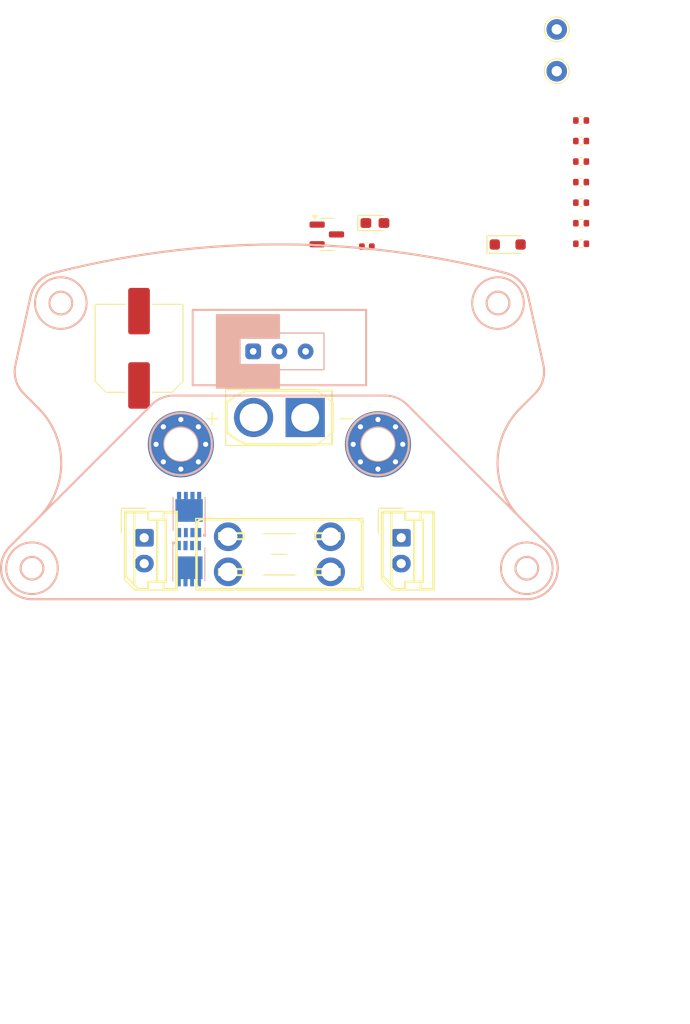
<source format=kicad_pcb>
(kicad_pcb (version 20221018) (generator pcbnew)
  (layers (0 "F.Cu" signal) (31 "B.Cu" signal) (34 "B.Paste" user) (35 "F.Paste" user) (36 "B.SilkS" user "B.Silkscreen") (37 "F.SilkS" user "F.Silkscreen") (38 "B.Mask" user) (39 "F.Mask" user) (44 "Edge.Cuts" user))
  (net 0 "")
  (net 1 "/S-S")
  (net 2 "Net-(Q6-G)")
  (net 3 "VDD")
  (net 4 "GND")
  (net 5 "Net-(D3-A)")
  (net 6 "+BATT")
  (net 7 "Net-(Q4-D)")
  (net 8 "Net-(Q4-G)")
  (net 9 "/PowerSW")
  (net 10 "Net-(Q5-D)")
  (net 11 "Net-(SW2-A)")
  (footprint "Capacitor_SMD:C_Elec_8x10.2" (layer "F.Cu") (at -13.6 -24.3 90)
    (fp_text reference "C4" hide)
    (fp_text value "470uF")
    (fp_line (start -4.26 -3.195563) (end -4.26 -1.31) (stroke (width 0.12)) (layer "F.SilkS"))
    (fp_line (start -4.26 -3.195563) (end -3.195563 -4.26) (stroke (width 0.12)) (layer "F.SilkS"))
    (fp_line (start -4.26 3.195563) (end -4.26 1.31) (stroke (width 0.12)) (layer "F.SilkS"))
    (fp_line (start -4.26 3.195563) (end -3.195563 4.26) (stroke (width 0.12)) (layer "F.SilkS"))
    (fp_line (start -3.195563 -4.26) (end 4.26 -4.26) (stroke (width 0.12)) (layer "F.SilkS"))
    (fp_line (start -3.195563 4.26) (end 4.26 4.26) (stroke (width 0.12)) (layer "F.SilkS"))
    (fp_line (start 4.26 -4.26) (end 4.26 -1.31) (stroke (width 0.12)) (layer "F.SilkS"))
    (fp_line (start 4.26 4.26) (end 4.26 1.31) (stroke (width 0.12)) (layer "F.SilkS"))
    (pad "1" smd roundrect (at -3.6 0 90) (size 4.5 2.1) (layers "F.Cu" "F.Paste" "F.Mask") (roundrect_rratio 0.119048) (net 3 "VDD"))
    (pad "2" smd roundrect (at 3.6 0 90) (size 4.5 2.1) (layers "F.Cu" "F.Paste" "F.Mask") (roundrect_rratio 0.119048) (net 4 "GND"))
  )
  (footprint "Connector_Molex:Molex_SPOX_5267-02A_1x02_P2.50mm_Vertical" (layer "F.Cu") (at 11.8 -5.95 -90)
    (fp_text reference "J5" hide)
    (fp_text value "Conn_01x02_Male")
    (fp_line (start -2.86 -0.2) (end -2.86 2.21) (stroke (width 0.12)) (layer "F.SilkS"))
    (fp_line (start -2.86 2.21) (end -0.45 2.21) (stroke (width 0.12)) (layer "F.SilkS"))
    (fp_line (start -2.56 -3.21) (end -2.56 1.91) (stroke (width 0.12)) (layer "F.SilkS"))
    (fp_line (start -2.56 1.91) (end 4.06 1.91) (stroke (width 0.12)) (layer "F.SilkS"))
    (fp_line (start 4.06 1.91) (end 5.06 0.91) (stroke (width 0.12)) (layer "F.SilkS"))
    (fp_line (start 5.06 -3.21) (end -2.56 -3.21) (stroke (width 0.12)) (layer "F.SilkS"))
    (fp_line (start 5.06 0.91) (end 5.06 -3.21) (stroke (width 0.12)) (layer "F.SilkS"))
    (pad "1" thru_hole roundrect (at 0 0 270) (size 1.7 1.85) (drill 0.85) (layers "*.Cu" "*.Mask") (roundrect_rratio 0.147059) (net 4 "GND"))
    (pad "2" thru_hole oval (at 2.5 0 270) (size 1.7 1.85) (drill 0.85) (layers "*.Cu" "*.Mask") (net 3 "VDD"))
  )
  (footprint "Resistor_SMD:R_0402_1005Metric" (layer "F.Cu") (at 29.23178 -44.372857)
    (fp_text reference "R6" hide)
    (fp_text value "10k")
    (fp_line (start -0.153641 -0.38) (end 0.153641 -0.38) (stroke (width 0.12)) (layer "F.SilkS"))
    (fp_line (start -0.153641 0.38) (end 0.153641 0.38) (stroke (width 0.12)) (layer "F.SilkS"))
    (pad "1" smd roundrect (at -0.51 0) (size 0.54 0.64) (layers "F.Cu" "F.Paste" "F.Mask") (net 9 "/PowerSW"))
    (pad "2" smd roundrect (at 0.51 0) (size 0.54 0.64) (layers "F.Cu" "F.Paste" "F.Mask") (net 4 "GND"))
  )
  (footprint "Resistor_SMD:R_0402_1005Metric" (layer "F.Cu") (at 29.23178 -42.382857)
    (fp_text reference "R7" hide)
    (fp_text value "10k")
    (fp_line (start -0.153641 -0.38) (end 0.153641 -0.38) (stroke (width 0.12)) (layer "F.SilkS"))
    (fp_line (start -0.153641 0.38) (end 0.153641 0.38) (stroke (width 0.12)) (layer "F.SilkS"))
    (pad "1" smd roundrect (at -0.51 0) (size 0.54 0.64) (layers "F.Cu" "F.Paste" "F.Mask") (net 8 "Net-(Q4-G)"))
    (pad "2" smd roundrect (at 0.51 0) (size 0.54 0.64) (layers "F.Cu" "F.Paste" "F.Mask") (net 4 "GND"))
  )
  (footprint "Resistor_SMD:R_0402_1005Metric" (layer "F.Cu") (at 29.23178 -38.402857)
    (fp_text reference "R9" hide)
    (fp_text value "10k")
    (fp_line (start -0.153641 -0.38) (end 0.153641 -0.38) (stroke (width 0.12)) (layer "F.SilkS"))
    (fp_line (start -0.153641 0.38) (end 0.153641 0.38) (stroke (width 0.12)) (layer "F.SilkS"))
    (pad "1" smd roundrect (at -0.51 0) (size 0.54 0.64) (layers "F.Cu" "F.Paste" "F.Mask") (net 1 "/S-S"))
    (pad "2" smd roundrect (at 0.51 0) (size 0.54 0.64) (layers "F.Cu" "F.Paste" "F.Mask") (net 2 "Net-(Q6-G)"))
  )
  (footprint "LED_SMD:LED_0603_1608Metric_Pad1.05x0.95mm_HandSolder" (layer "F.Cu") (at 9.25678 -36.432857)
    (fp_text reference "D3" hide)
    (fp_text value "Green")
    (fp_line (start -1.66 -0.735) (end -1.66 0.735) (stroke (width 0.12)) (layer "F.SilkS"))
    (fp_line (start -1.66 0.735) (end 0.8 0.735) (stroke (width 0.12)) (layer "F.SilkS"))
    (fp_line (start 0.8 -0.735) (end -1.66 -0.735) (stroke (width 0.12)) (layer "F.SilkS"))
    (pad "1" smd roundrect (at -0.875 0) (size 1.05 0.95) (layers "F.Cu" "F.Paste" "F.Mask") (net 4 "GND"))
    (pad "2" smd roundrect (at 0.875 0) (size 1.05 0.95) (layers "F.Cu" "F.Paste" "F.Mask") (net 5 "Net-(D3-A)"))
  )
  (footprint "Capacitor_SMD:C_0402_1005Metric" (layer "F.Cu") (at 8.47178 -34.152857)
    (fp_text reference "C3" hide)
    (fp_text value "1uF")
    (fp_line (start -0.107836 -0.36) (end 0.107836 -0.36) (stroke (width 0.12)) (layer "F.SilkS"))
    (fp_line (start -0.107836 0.36) (end 0.107836 0.36) (stroke (width 0.12)) (layer "F.SilkS"))
    (pad "1" smd roundrect (at -0.48 0) (size 0.56 0.62) (layers "F.Cu" "F.Paste" "F.Mask") (net 1 "/S-S"))
    (pad "2" smd roundrect (at 0.48 0) (size 0.56 0.62) (layers "F.Cu" "F.Paste" "F.Mask") (net 2 "Net-(Q6-G)"))
  )
  (footprint "Resistor_SMD:R_0402_1005Metric" (layer "F.Cu") (at 29.23178 -40.392857)
    (fp_text reference "R8" hide)
    (fp_text value "10k")
    (fp_line (start -0.153641 -0.38) (end 0.153641 -0.38) (stroke (width 0.12)) (layer "F.SilkS"))
    (fp_line (start -0.153641 0.38) (end 0.153641 0.38) (stroke (width 0.12)) (layer "F.SilkS"))
    (pad "1" smd roundrect (at -0.51 0) (size 0.54 0.64) (layers "F.Cu" "F.Paste" "F.Mask") (net 1 "/S-S"))
    (pad "2" smd roundrect (at 0.51 0) (size 0.54 0.64) (layers "F.Cu" "F.Paste" "F.Mask") (net 8 "Net-(Q4-G)"))
  )
  (footprint "Connector_Molex:Molex_SPOX_5267-02A_1x02_P2.50mm_Vertical" (layer "F.Cu") (at -13.1 -5.95 -90)
    (fp_text reference "J6" hide)
    (fp_text value "Conn_01x02_Male")
    (fp_line (start -2.86 -0.2) (end -2.86 2.21) (stroke (width 0.12)) (layer "F.SilkS"))
    (fp_line (start -2.86 2.21) (end -0.45 2.21) (stroke (width 0.12)) (layer "F.SilkS"))
    (fp_line (start -2.56 -3.21) (end -2.56 1.91) (stroke (width 0.12)) (layer "F.SilkS"))
    (fp_line (start -2.56 1.91) (end 4.06 1.91) (stroke (width 0.12)) (layer "F.SilkS"))
    (fp_line (start 4.06 1.91) (end 5.06 0.91) (stroke (width 0.12)) (layer "F.SilkS"))
    (fp_line (start 5.06 -3.21) (end -2.56 -3.21) (stroke (width 0.12)) (layer "F.SilkS"))
    (fp_line (start 5.06 0.91) (end 5.06 -3.21) (stroke (width 0.12)) (layer "F.SilkS"))
    (pad "1" thru_hole roundrect (at 0 0 270) (size 1.7 1.85) (drill 0.85) (layers "*.Cu" "*.Mask") (roundrect_rratio 0.147059) (net 4 "GND"))
    (pad "2" thru_hole oval (at 2.5 0 270) (size 1.7 1.85) (drill 0.85) (layers "*.Cu" "*.Mask") (net 3 "VDD"))
  )
  (footprint "Connector_AMASS:AMASS_XT30U-M_1x02_P5.0mm_Vertical" (layer "F.Cu") (at 2.5 -17.6 180)
    (fp_text reference "J4" hide)
    (fp_text value "Conn_01x02_Male")
    (fp_text user "+" (at 9 0) (layer "F.SilkS") (effects (font (size 1.5 1.5))))
    (fp_text user "-" (at -4 0) (layer "F.SilkS") (effects (font (size 1.5 1.5))))
    (fp_line (start -2.71 -1.41) (end -2.71 1.41) (stroke (width 0.12)) (layer "F.SilkS"))
    (fp_line (start -2.71 -1.41) (end -1.01 -2.71) (stroke (width 0.12)) (layer "F.SilkS"))
    (fp_line (start -2.71 1.41) (end -1.01 2.71) (stroke (width 0.12)) (layer "F.SilkS"))
    (fp_line (start -1.01 -2.71) (end 7.71 -2.71) (stroke (width 0.12)) (layer "F.SilkS"))
    (fp_line (start -1.01 2.71) (end 7.71 2.71) (stroke (width 0.12)) (layer "F.SilkS"))
    (fp_line (start 7.71 -2.71) (end 7.71 2.71) (stroke (width 0.12)) (layer "F.SilkS"))
    (pad "1" thru_hole rect (at 0 0 180) (size 3.8 3.8) (drill 2.7) (layers "*.Cu" "*.Mask") (net 4 "GND"))
    (pad "2" thru_hole circle (at 5 0 180) (size 3.8 3.8) (drill 2.7) (layers "*.Cu" "*.Mask") (net 6 "+BATT"))
  )
  (footprint "Resistor_SMD:R_0402_1005Metric" (layer "F.Cu") (at 29.23178 -34.422857)
    (fp_text reference "R11" hide)
    (fp_text value "20k")
    (fp_line (start -0.153641 -0.38) (end 0.153641 -0.38) (stroke (width 0.12)) (layer "F.SilkS"))
    (fp_line (start -0.153641 0.38) (end 0.153641 0.38) (stroke (width 0.12)) (layer "F.SilkS"))
    (pad "1" smd roundrect (at -0.51 0) (size 0.54 0.64) (layers "F.Cu" "F.Paste" "F.Mask") (net 5 "Net-(D3-A)"))
    (pad "2" smd roundrect (at 0.51 0) (size 0.54 0.64) (layers "F.Cu" "F.Paste" "F.Mask") (net 3 "VDD"))
  )
  (footprint "TestPoint:TestPoint_THTPad_D2.0mm_Drill1.0mm" (layer "F.Cu") (at 26.87178 -51.132857)
    (fp_text reference "TP2" hide)
    (fp_text value "TestPoint")
    (fp_circle (center 0 0) (end 0 1.2) (stroke (width 0.12)) (fill none) (layer "F.SilkS"))
    (pad "1" thru_hole circle (at 0 0) (size 2 2) (drill 1) (layers "*.Cu" "*.Mask") (net 4 "GND"))
  )
  (footprint "Resistor_SMD:R_0402_1005Metric" (layer "F.Cu") (at 29.23178 -36.412857)
    (fp_text reference "R10" hide)
    (fp_text value "10k")
    (fp_line (start -0.153641 -0.38) (end 0.153641 -0.38) (stroke (width 0.12)) (layer "F.SilkS"))
    (fp_line (start -0.153641 0.38) (end 0.153641 0.38) (stroke (width 0.12)) (layer "F.SilkS"))
    (pad "1" smd roundrect (at -0.51 0) (size 0.54 0.64) (layers "F.Cu" "F.Paste" "F.Mask") (net 2 "Net-(Q6-G)"))
    (pad "2" smd roundrect (at 0.51 0) (size 0.54 0.64) (layers "F.Cu" "F.Paste" "F.Mask") (net 10 "Net-(Q5-D)"))
  )
  (footprint "Package_TO_SOT_SMD:SOT-23" (layer "F.Cu") (at 4.59178 -35.327857)
    (fp_text reference "Q5" hide)
    (fp_text value "BSS138")
    (fp_line (start 0 -1.56) (end -0.65 -1.56) (stroke (width 0.12)) (layer "F.SilkS"))
    (fp_line (start 0 -1.56) (end 0.65 -1.56) (stroke (width 0.12)) (layer "F.SilkS"))
    (fp_line (start 0 1.56) (end -0.65 1.56) (stroke (width 0.12)) (layer "F.SilkS"))
    (fp_line (start 0 1.56) (end 0.65 1.56) (stroke (width 0.12)) (layer "F.SilkS"))
    (fp_poly (pts (xy -1.1625 -1.51) (xy -1.4025 -1.84) (xy -0.9225 -1.84) (xy -1.1625 -1.51)) (stroke (width 0.12)) (fill solid) (layer "F.SilkS"))
    (pad "1" smd roundrect (at -0.9375 -0.95) (size 1.475 0.6) (layers "F.Cu" "F.Paste" "F.Mask") (net 9 "/PowerSW"))
    (pad "2" smd roundrect (at -0.9375 0.95) (size 1.475 0.6) (layers "F.Cu" "F.Paste" "F.Mask") (net 4 "GND"))
    (pad "3" smd roundrect (at 0.9375 0) (size 1.475 0.6) (layers "F.Cu" "F.Paste" "F.Mask") (net 10 "Net-(Q5-D)"))
  )
  (footprint "Fuse:Fuseholder_Blade_Mini_Keystone_3568" (layer "F.Cu") (at 4.96 -2.65 180)
    (fp_text reference "F2" hide)
    (fp_text value "Fuse")
    (fp_line (start -3.14 -1.77) (end -3.14 5.17) (stroke (width 0.12)) (layer "F.SilkS"))
    (fp_line (start -3.14 5.17) (end 13.06 5.17) (stroke (width 0.12)) (layer "F.SilkS"))
    (fp_line (start 3.36 -0.3) (end 6.56 -0.3) (stroke (width 0.12)) (layer "F.SilkS"))
    (fp_line (start 4.21 1.7) (end 5.71 1.7) (stroke (width 0.12)) (layer "F.SilkS"))
    (fp_line (start 6.56 3.7) (end 3.36 3.7) (stroke (width 0.12)) (layer "F.SilkS"))
    (fp_line (start 13.06 -1.77) (end -3.14 -1.77) (stroke (width 0.12)) (layer "F.SilkS"))
    (fp_line (start 13.06 5.17) (end 13.06 -1.77) (stroke (width 0.12)) (layer "F.SilkS"))
    (pad "1" thru_hole circle (at 0 0 180) (size 2.78 2.78) (drill 1.78) (layers "*.Cu" "*.Mask") (net 6 "+BATT"))
    (pad "1" thru_hole circle (at 0 3.4 180) (size 2.78 2.78) (drill 1.78) (layers "*.Cu" "*.Mask") (net 6 "+BATT"))
    (pad "2" thru_hole circle (at 9.92 0 180) (size 2.78 2.78) (drill 1.78) (layers "*.Cu" "*.Mask") (net 7 "Net-(Q4-D)"))
    (pad "2" thru_hole circle (at 9.92 3.4 180) (size 2.78 2.78) (drill 1.78) (layers "*.Cu" "*.Mask") (net 7 "Net-(Q4-D)"))
  )
  (footprint "Diode_SMD:D_SOD-323_HandSoldering" (layer "F.Cu") (at 22.11678 -34.352857)
    (fp_text reference "D2" hide)
    (fp_text value "1N5819WS")
    (fp_line (start -2.01 -0.85) (end -2.01 0.85) (stroke (width 0.12)) (layer "F.SilkS"))
    (fp_line (start -2.01 -0.85) (end 1.25 -0.85) (stroke (width 0.12)) (layer "F.SilkS"))
    (fp_line (start -2.01 0.85) (end 1.25 0.85) (stroke (width 0.12)) (layer "F.SilkS"))
    (pad "1" smd roundrect (at -1.25 0) (size 1 1) (layers "F.Cu" "F.Paste" "F.Mask") (net 3 "VDD"))
    (pad "2" smd roundrect (at 1.25 0) (size 1 1) (layers "F.Cu" "F.Paste" "F.Mask") (net 4 "GND"))
  )
  (footprint "TestPoint:TestPoint_THTPad_D2.0mm_Drill1.0mm" (layer "F.Cu") (at 26.87178 -55.182857)
    (fp_text reference "TP1" hide)
    (fp_text value "TestPoint")
    (fp_circle (center 0 0) (end 0 1.2) (stroke (width 0.12)) (fill none) (layer "F.SilkS"))
    (pad "1" thru_hole circle (at 0 0) (size 2 2) (drill 1) (layers "*.Cu" "*.Mask") (net 3 "VDD"))
  )
  (footprint "MountingHole:MountingHole_3.2mm_M3_Pad_Via" (layer "F.Cu") (at -9.548 -15)
    (fp_text reference "H2" hide)
    (fp_text value "MountingHole_Pad")
    (pad "1" thru_hole circle (at -2.4 0) (size 0.8 0.8) (drill 0.5) (layers "*.Cu" "*.Mask") (net 3 "VDD"))
    (pad "1" thru_hole circle (at -1.697056 -1.697056) (size 0.8 0.8) (drill 0.5) (layers "*.Cu" "*.Mask") (net 3 "VDD"))
    (pad "1" thru_hole circle (at -1.697056 1.697056) (size 0.8 0.8) (drill 0.5) (layers "*.Cu" "*.Mask") (net 3 "VDD"))
    (pad "1" thru_hole circle (at 0 -2.4) (size 0.8 0.8) (drill 0.5) (layers "*.Cu" "*.Mask") (net 3 "VDD"))
    (pad "1" thru_hole circle (at 0 0) (size 6.4 6.4) (drill 3.2) (layers "*.Cu" "*.Mask") (net 3 "VDD"))
    (pad "1" thru_hole circle (at 0 2.4) (size 0.8 0.8) (drill 0.5) (layers "*.Cu" "*.Mask") (net 3 "VDD"))
    (pad "1" thru_hole circle (at 1.697056 -1.697056) (size 0.8 0.8) (drill 0.5) (layers "*.Cu" "*.Mask") (net 3 "VDD"))
    (pad "1" thru_hole circle (at 1.697056 1.697056) (size 0.8 0.8) (drill 0.5) (layers "*.Cu" "*.Mask") (net 3 "VDD"))
    (pad "1" thru_hole circle (at 2.4 0) (size 0.8 0.8) (drill 0.5) (layers "*.Cu" "*.Mask") (net 3 "VDD"))
  )
  (footprint "Resistor_SMD:R_0402_1005Metric" (layer "F.Cu") (at 29.23178 -46.362857)
    (fp_text reference "R5" hide)
    (fp_text value "10k")
    (fp_line (start -0.153641 -0.38) (end 0.153641 -0.38) (stroke (width 0.12)) (layer "F.SilkS"))
    (fp_line (start -0.153641 0.38) (end 0.153641 0.38) (stroke (width 0.12)) (layer "F.SilkS"))
    (pad "1" smd roundrect (at -0.51 0) (size 0.54 0.64) (layers "F.Cu" "F.Paste" "F.Mask") (net 11 "Net-(SW2-A)"))
    (pad "2" smd roundrect (at 0.51 0) (size 0.54 0.64) (layers "F.Cu" "F.Paste" "F.Mask") (net 9 "/PowerSW"))
  )
  (footprint "MountingHole:MountingHole_3.2mm_M3_Pad_Via" (layer "F.Cu") (at 9.55 -15)
    (fp_text reference "H1" hide)
    (fp_text value "MountingHole_Pad")
    (pad "1" thru_hole circle (at -2.4 0) (size 0.8 0.8) (drill 0.5) (layers "*.Cu" "*.Mask") (net 4 "GND"))
    (pad "1" thru_hole circle (at -1.697056 -1.697056) (size 0.8 0.8) (drill 0.5) (layers "*.Cu" "*.Mask") (net 4 "GND"))
    (pad "1" thru_hole circle (at -1.697056 1.697056) (size 0.8 0.8) (drill 0.5) (layers "*.Cu" "*.Mask") (net 4 "GND"))
    (pad "1" thru_hole circle (at 0 -2.4) (size 0.8 0.8) (drill 0.5) (layers "*.Cu" "*.Mask") (net 4 "GND"))
    (pad "1" thru_hole circle (at 0 0) (size 6.4 6.4) (drill 3.2) (layers "*.Cu" "*.Mask") (net 4 "GND"))
    (pad "1" thru_hole circle (at 0 2.4) (size 0.8 0.8) (drill 0.5) (layers "*.Cu" "*.Mask") (net 4 "GND"))
    (pad "1" thru_hole circle (at 1.697056 -1.697056) (size 0.8 0.8) (drill 0.5) (layers "*.Cu" "*.Mask") (net 4 "GND"))
    (pad "1" thru_hole circle (at 1.697056 1.697056) (size 0.8 0.8) (drill 0.5) (layers "*.Cu" "*.Mask") (net 4 "GND"))
    (pad "1" thru_hole circle (at 2.4 0) (size 0.8 0.8) (drill 0.5) (layers "*.Cu" "*.Mask") (net 4 "GND"))
  )
  (footprint "TomoshibiLibrary:Package_TSON-Advance" (layer "B.Cu") (at -8.7735 -3.047047)
    (fp_text reference "Q4" hide)
    (fp_text value "SQS141ELNW" hide)
    (fp_line (start -1.55 1.27) (end -1.55 -2.5) (stroke (width 0.1)) (layer "B.SilkS"))
    (fp_line (start 1.55 1.27) (end 1.55 -1.924) (stroke (width 0.1)) (layer "B.SilkS"))
    (fp_circle (center -1.5 -2.4) (end -1.4 -2.4) (stroke (width 0.12)) (fill solid) (layer "B.SilkS"))
    (pad "1" smd rect (at -0.975 -2.15 270) (size 0.9 0.4) (layers "B.Cu" "B.Paste" "B.Mask") (net 1 "/S-S"))
    (pad "2" smd rect (at -0.325 -2.15 270) (size 0.9 0.4) (layers "B.Cu" "B.Paste" "B.Mask") (net 1 "/S-S"))
    (pad "3" smd rect (at 0.3125 -2.15 270) (size 0.9 0.375) (layers "B.Cu" "B.Paste" "B.Mask") (net 1 "/S-S"))
    (pad "4" smd rect (at 0.975 -2.15 270) (size 0.9 0.4) (layers "B.Cu" "B.Paste" "B.Mask") (net 8 "Net-(Q4-G)"))
    (pad "5" smd rect (at -0.975 1.45 270) (size 0.7 0.4) (layers "B.Cu" "B.Paste" "B.Mask") (net 7 "Net-(Q4-D)"))
    (pad "5" smd rect (at -0.325 1.45 270) (size 0.7 0.4) (layers "B.Cu" "B.Paste" "B.Mask") (net 7 "Net-(Q4-D)"))
    (pad "5" smd rect (at 0 0 270) (size 2.2 2.65) (layers "B.Cu" "B.Paste" "B.Mask") (net 7 "Net-(Q4-D)"))
    (pad "5" smd rect (at 0.3125 1.45 270) (size 0.7 0.375) (layers "B.Cu" "B.Paste" "B.Mask") (net 7 "Net-(Q4-D)"))
    (pad "5" smd rect (at 0.975 1.45 270) (size 0.7 0.4) (layers "B.Cu" "B.Paste" "B.Mask") (net 7 "Net-(Q4-D)"))
  )
  (footprint "TomoshibiLibrary:SW_Slide_3P_SPDT" (layer "B.Cu") (at 0 -24 -90)
    (fp_text reference "SW2" hide)
    (fp_text value "SW_SPDT")
    (fp_line (start -1.778 -4.318) (end -1.778 4.318) (stroke (width 0.12)) (layer "B.SilkS"))
    (fp_line (start -1.778 4.318) (end 1.778 4.318) (stroke (width 0.12)) (layer "B.SilkS"))
    (fp_line (start 1.778 -4.318) (end -1.778 -4.318) (stroke (width 0.12)) (layer "B.SilkS"))
    (fp_line (start 1.778 4.318) (end 1.778 -4.318) (stroke (width 0.12)) (layer "B.SilkS"))
    (fp_poly (pts (xy 3.556 0) (xy 1.27 0) (xy 1.27 3.81) (xy -1.27 3.81) (xy -1.27 0) (xy -3.556 0) (xy -3.556 6.096) (xy 3.556 6.096)) (stroke (width 0.12)) (fill solid) (layer "B.SilkS"))
    (pad "1" thru_hole roundrect (at 0 2.54 270) (size 1.524 1.524) (drill 0.65) (layers "*.Cu" "*.Mask") (net 11 "Net-(SW2-A)"))
    (pad "2" thru_hole circle (at 0 0 270) (size 1.524 1.524) (drill 0.65) (layers "*.Cu" "*.Mask") (net 1 "/S-S"))
    (pad "3" thru_hole circle (at 0 -2.54 270) (size 1.524 1.524) (drill 0.65) (layers "*.Cu" "*.Mask"))
  )
  (footprint "TomoshibiLibrary:Package_TSON-Advance" (layer "B.Cu") (at -8.748501 -8.597047 180)
    (fp_text reference "Q6" hide)
    (fp_text value "SQS141ELNW" hide)
    (fp_line (start -1.55 1.27) (end -1.55 -2.5) (stroke (width 0.1)) (layer "B.SilkS"))
    (fp_line (start 1.55 1.27) (end 1.55 -1.924) (stroke (width 0.1)) (layer "B.SilkS"))
    (fp_circle (center -1.5 -2.4) (end -1.4 -2.4) (stroke (width 0.12)) (fill solid) (layer "B.SilkS"))
    (pad "1" smd rect (at -0.975 -2.15 90) (size 0.9 0.4) (layers "B.Cu" "B.Paste" "B.Mask") (net 1 "/S-S"))
    (pad "2" smd rect (at -0.325 -2.15 90) (size 0.9 0.4) (layers "B.Cu" "B.Paste" "B.Mask") (net 1 "/S-S"))
    (pad "3" smd rect (at 0.3125 -2.15 90) (size 0.9 0.375) (layers "B.Cu" "B.Paste" "B.Mask") (net 1 "/S-S"))
    (pad "4" smd rect (at 0.975 -2.15 90) (size 0.9 0.4) (layers "B.Cu" "B.Paste" "B.Mask") (net 2 "Net-(Q6-G)"))
    (pad "5" smd rect (at -0.975 1.45 90) (size 0.7 0.4) (layers "B.Cu" "B.Paste" "B.Mask") (net 3 "VDD"))
    (pad "5" smd rect (at -0.325 1.45 90) (size 0.7 0.4) (layers "B.Cu" "B.Paste" "B.Mask") (net 3 "VDD"))
    (pad "5" smd rect (at 0 0 90) (size 2.2 2.65) (layers "B.Cu" "B.Paste" "B.Mask") (net 3 "VDD"))
    (pad "5" smd rect (at 0.3125 1.45 90) (size 0.7 0.375) (layers "B.Cu" "B.Paste" "B.Mask") (net 3 "VDD"))
    (pad "5" smd rect (at 0.975 1.45 90) (size 0.7 0.4) (layers "B.Cu" "B.Paste" "B.Mask") (net 3 "VDD"))
  )
  (gr_line (start 8.4 -20.722015) (end -8.4 -20.722015) (stroke (width 0.2)) (layer "B.SilkS"))
  (gr_circle (center -23.97092 -3) (end -23.97092 -4.1) (stroke (width 0.2)) (fill none) (layer "B.SilkS"))
  (gr_line (start 26.09224 -5.121321) (end 23.334524 -7.879037) (stroke (width 0.2)) (layer "B.SilkS"))
  (gr_circle (center 23.97092 -3) (end 23.97092 -4.1) (stroke (width 0.2)) (fill none) (layer "B.SilkS"))
  (gr_circle (center -9.545 -15.021747) (end -9.545 -16.621747) (stroke (width 0.2)) (fill none) (layer "B.SilkS"))
  (gr_circle (center 23.97092 -3) (end 23.97092 -5.5) (stroke (width 0.2)) (fill none) (layer "B.SilkS"))
  (gr_arc (start 23.334524 -7.879037) (mid 21.137824 -13.182338) (end 23.334524 -18.485639) (stroke (width 0.2)) (layer "B.SilkS"))
  (gr_arc (start -24.76928 -19.920395) (mid -25.527976 -21.201686) (end -25.577091 -22.689934) (stroke (width 0.2)) (layer "B.SilkS"))
  (gr_circle (center 9.545 -15.021747) (end 9.545 -18.021747) (stroke (width 0.2)) (fill none) (layer "B.SilkS"))
  (gr_arc (start -24.108037 -29.328186) (mid -23.336002 -30.764885) (end -21.926396 -31.585351) (stroke (width 0.2)) (layer "B.SilkS"))
  (gr_arc (start 10.24892 -19.722) (mid 11.396963 -19.493629) (end 12.370241 -18.843321) (stroke (width 0.2)) (layer "B.SilkS"))
  (gr_arc (start -23.334524 -18.485639) (mid -21.137826 -13.182338) (end -23.334524 -7.879037) (stroke (width 0.2)) (layer "B.SilkS"))
  (gr_arc (start -21.926396 -31.585351) (mid 0 -34.360747) (end 21.926396 -31.585351) (stroke (width 0.2)) (layer "B.SilkS"))
  (gr_arc (start 25.577091 -22.689934) (mid 25.527937 -21.201697) (end 24.76928 -19.920395) (stroke (width 0.2)) (layer "B.SilkS"))
  (gr_line (start 23.334524 -18.485639) (end 24.76928 -19.920395) (stroke (width 0.2)) (layer "B.SilkS"))
  (gr_line (start 23.334524 -18.485639) (end 24.76928 -19.920395) (stroke (width 0.2)) (layer "B.SilkS"))
  (gr_arc (start -24.76928 -19.920395) (mid -25.527976 -21.201686) (end -25.577091 -22.689934) (stroke (width 0.2)) (layer "B.SilkS"))
  (gr_line (start -23.334524 -7.879037) (end -26.09224 -5.121321) (stroke (width 0.2)) (layer "B.SilkS"))
  (gr_line (start -23.334524 -7.879037) (end -26.09224 -5.121321) (stroke (width 0.2)) (layer "B.SilkS"))
  (gr_line (start -24.76928 -19.920395) (end -23.334524 -18.485639) (stroke (width 0.2)) (layer "B.SilkS"))
  (gr_line (start 23.334524 -7.879037) (end 12.370241 -18.843321) (stroke (width 0.2)) (layer "B.SilkS"))
  (gr_arc (start 26.09224 -5.121321) (mid 26.742561 -1.851947) (end 23.97092 0) (stroke (width 0.2)) (layer "B.SilkS"))
  (gr_circle (center -21.178905 -28.679967) (end -21.178905 -31.179967) (stroke (width 0.2)) (fill none) (layer "B.SilkS"))
  (gr_circle (center 23.97092 -3) (end 23.97092 -4.1) (stroke (width 0.2)) (fill none) (layer "B.SilkS"))
  (gr_circle (center -21.178905 -28.679967) (end -21.178905 -29.779967) (stroke (width 0.2)) (fill none) (layer "B.SilkS"))
  (gr_arc (start -23.97092 0) (mid -26.742556 -1.851949) (end -26.09224 -5.121321) (stroke (width 0.2)) (layer "B.SilkS"))
  (gr_arc (start -12.370241 -18.843321) (mid -11.396974 -19.493656) (end -10.24892 -19.722) (stroke (width 0.2)) (layer "B.SilkS"))
  (gr_line (start -24.76928 -19.920395) (end -23.334524 -18.485639) (stroke (width 0.2)) (layer "B.SilkS"))
  (gr_line (start 25.577091 -22.689934) (end 24.108037 -29.328186) (stroke (width 0.2)) (layer "B.SilkS"))
  (gr_circle (center -23.97092 -3) (end -23.97092 -5.5) (stroke (width 0.2)) (fill none) (layer "B.SilkS"))
  (gr_circle (center -21.178905 -28.679967) (end -21.178905 -29.779967) (stroke (width 0.2)) (fill none) (layer "B.SilkS"))
  (gr_circle (center 9.545 -15.021747) (end 9.545 -16.621747) (stroke (width 0.2)) (fill none) (layer "B.SilkS"))
  (gr_line (start -8.4 -20.722015) (end -8.4 -28.022014) (stroke (width 0.2)) (layer "B.SilkS"))
  (gr_line (start -10.24892 -19.722) (end 10.24892 -19.722) (stroke (width 0.2)) (layer "B.SilkS"))
  (gr_line (start 8.4 -20.722015) (end 8.4 -28.022014) (stroke (width 0.2)) (layer "B.SilkS"))
  (gr_arc (start 21.926396 -31.585351) (mid 23.33601 -30.764893) (end 24.108037 -29.328186) (stroke (width 0.2)) (layer "B.SilkS"))
  (gr_line (start -23.97092 0) (end 23.97092 0) (stroke (width 0.2)) (layer "B.SilkS"))
  (gr_arc (start -24.108037 -29.328186) (mid -23.336002 -30.764885) (end -21.926396 -31.585351) (stroke (width 0.2)) (layer "B.SilkS"))
  (gr_arc (start 23.334524 -7.879037) (mid 21.137824 -13.182338) (end 23.334524 -18.485639) (stroke (width 0.2)) (layer "B.SilkS"))
  (gr_arc (start -23.334524 -18.485639) (mid -21.137826 -13.182338) (end -23.334524 -7.879037) (stroke (width 0.2)) (layer "B.SilkS"))
  (gr_arc (start -21.926396 -31.585351) (mid 0 -34.360747) (end 21.926396 -31.585351) (stroke (width 0.2)) (layer "B.SilkS"))
  (gr_arc (start 25.577091 -22.689934) (mid 25.527937 -21.201697) (end 24.76928 -19.920395) (stroke (width 0.2)) (layer "B.SilkS"))
  (gr_line (start -23.97092 0) (end 23.97092 0) (stroke (width 0.2)) (layer "B.SilkS"))
  (gr_line (start 8.4 -28.022014) (end -8.4 -28.022014) (stroke (width 0.2)) (layer "B.SilkS"))
  (gr_arc (start 26.09224 -5.121321) (mid 26.742561 -1.851947) (end 23.97092 0) (stroke (width 0.2)) (layer "B.SilkS"))
  (gr_line (start -24.108037 -29.328186) (end -25.577091 -22.689934) (stroke (width 0.2)) (layer "B.SilkS"))
  (gr_circle (center 21.178905 -28.679967) (end 21.178905 -31.179967) (stroke (width 0.2)) (fill none) (layer "B.SilkS"))
  (gr_circle (center 9.545 -15.021747) (end 9.545 -16.621747) (stroke (width 0.2)) (fill none) (layer "B.SilkS"))
  (gr_circle (center -9.545 -15.021747) (end -9.545 -18.021747) (stroke (width 0.2)) (fill none) (layer "B.SilkS"))
  (gr_line (start 25.577091 -22.689934) (end 24.108037 -29.328186) (stroke (width 0.2)) (layer "B.SilkS"))
  (gr_circle (center 21.178905 -28.679967) (end 21.178905 -29.779967) (stroke (width 0.2)) (fill none) (layer "B.SilkS"))
  (gr_circle (center -9.545 -15.021747) (end -9.545 -16.621747) (stroke (width 0.2)) (fill none) (layer "B.SilkS"))
  (gr_arc (start -23.97092 0) (mid -26.742556 -1.851949) (end -26.09224 -5.121321) (stroke (width 0.2)) (layer "B.SilkS"))
  (gr_line (start 26.09224 -5.121321) (end 23.334524 -7.879037) (stroke (width 0.2)) (layer "B.SilkS"))
  (gr_line (start -23.334524 -7.879037) (end -12.370241 -18.843321) (stroke (width 0.2)) (layer "B.SilkS"))
  (gr_arc (start 21.926396 -31.585351) (mid 23.33601 -30.764893) (end 24.108037 -29.328186) (stroke (width 0.2)) (layer "B.SilkS"))
  (gr_circle (center -23.97092 -3) (end -23.97092 -4.1) (stroke (width 0.2)) (fill none) (layer "B.SilkS"))
  (gr_circle (center 21.178905 -28.679967) (end 21.178905 -29.779967) (stroke (width 0.2)) (fill none) (layer "B.SilkS"))
  (gr_line (start -24.108037 -29.328186) (end -25.577091 -22.689934) (stroke (width 0.2)) (layer "B.SilkS"))
  (gr_line (start 5.1 -15) (end 5.100001 -20.2) (stroke (width 0.2)) (layer "F.SilkS"))
  (gr_circle (center -21.178905 -28.679967) (end -21.178905 -31.179967) (stroke (width 0.2)) (fill none) (layer "F.SilkS"))
  (gr_line (start -14.05 -1.40934) (end -14.9 -2.259341) (stroke (width 0.2)) (layer "F.SilkS"))
  (gr_arc (start -4.560631 -19.456626) (mid -3.873368 -19.886673) (end -3.12564 -20.2) (stroke (width 0.2)) (layer "F.SilkS"))
  (gr_line (start 13.9 -7.7) (end 13.9 -1.7) (stroke (width 0.2)) (layer "F.SilkS"))
  (gr_arc (start -24.108037 -29.328186) (mid -23.336002 -30.764885) (end -21.926396 -31.585351) (stroke (width 0.2)) (layer "F.SilkS"))
  (gr_arc (start -23.334524 -18.485639) (mid -21.137826 -13.182338) (end -23.334524 -7.879037) (stroke (width 0.2)) (layer "F.SilkS"))
  (gr_line (start 10.85 -1.409339) (end 10.850001 -8.4) (stroke (width 0.2)) (layer "F.SilkS"))
  (gr_line (start 10.850001 -8.4) (end 10.85 -1.409339) (stroke (width 0.2)) (layer "F.SilkS"))
  (gr_line (start 3.457766 -5.815338) (end 5.847763 -5.819026) (stroke (width 0.2)) (layer "F.SilkS"))
  (gr_line (start -3.457766 -5.815338) (end -3.456871 -6.395337) (stroke (width 0.2)) (layer "F.SilkS"))
  (gr_line (start -11.22 -8.4) (end -10 -8.4) (stroke (width 0.2)) (layer "F.SilkS"))
  (gr_line (start 11.25934 -1) (end 10.85 -1.409339) (stroke (width 0.2)) (layer "F.SilkS"))
  (gr_arc (start -7.51 -1) (mid -7.856499 -1.143515) (end -8 -1.49) (stroke (width 0.2)) (layer "F.SilkS"))
  (gr_line (start 25.577091 -22.689934) (end 24.108037 -29.328186) (stroke (width 0.2)) (layer "F.SilkS"))
  (gr_line (start -24.108037 -29.328186) (end -25.577091 -22.689934) (stroke (width 0.2)) (layer "F.SilkS"))
  (gr_circle (center 21.178905 -28.679967) (end 21.178905 -29.779967) (stroke (width 0.2)) (fill none) (layer "F.SilkS"))
  (gr_line (start -13.64066 -1) (end -14.05 -1.40934) (stroke (width 0.2)) (layer "F.SilkS"))
  (gr_line (start 13.05 -1.7) (end 12.18 -1.7) (stroke (width 0.2)) (layer "F.SilkS"))
  (gr_arc (start 26.09224 -5.121321) (mid 26.742561 -1.851947) (end 23.97092 0) (stroke (width 0.2)) (layer "F.SilkS"))
  (gr_line (start -5.846868 -6.399026) (end -5.847763 -5.819026) (stroke (width 0.2)) (layer "F.SilkS"))
  (gr_line (start -5.85 -2.92) (end -5.85 -2.34) (stroke (width 0.2)) (layer "F.SilkS"))
  (gr_line (start 5.85 -2.92) (end 3.46 -2.92) (stroke (width 0.2)) (layer "F.SilkS"))
  (gr_line (start -23.334524 -7.879037) (end -26.09224 -5.121321) (stroke (width 0.2)) (layer "F.SilkS"))
  (gr_line (start 13.05 -7.7) (end 13.9 -7.7) (stroke (width 0.2)) (layer "F.SilkS"))
  (gr_line (start 23.334524 -18.485639) (end 24.76928 -19.920395) (stroke (width 0.2)) (layer "F.SilkS"))
  (gr_line (start -11 -1.7) (end -11.85 -1.7) (stroke (width 0.2)) (layer "F.SilkS"))
  (gr_line (start -11 -1.7) (end -11 -7.7) (stroke (width 0.2)) (layer "F.SilkS"))
  (gr_line (start 12.18 -1.7) (end 12.18 -1) (stroke (width 0.2)) (layer "F.SilkS"))
  (gr_line (start -23.97092 0) (end 23.97092 0) (stroke (width 0.2)) (layer "F.SilkS"))
  (gr_arc (start -23.334524 -18.485639) (mid -21.137826 -13.182338) (end -23.334524 -7.879037) (stroke (width 0.2)) (layer "F.SilkS"))
  (gr_arc (start -24.76928 -19.920395) (mid -25.527976 -21.201686) (end -25.577091 -22.689934) (stroke (width 0.2)) (layer "F.SilkS"))
  (gr_line (start -24.108037 -29.328186) (end -25.577091 -22.689934) (stroke (width 0.2)) (layer "F.SilkS"))
  (gr_arc (start 25.577091 -22.689934) (mid 25.527937 -21.201697) (end 24.76928 -19.920395) (stroke (width 0.2)) (layer "F.SilkS"))
  (gr_line (start 3.456871 -6.395337) (end 3.457766 -5.815338) (stroke (width 0.2)) (layer "F.SilkS"))
  (gr_circle (center -13.1 -3.45) (end -13.1 -3.8) (stroke (width 0.2)) (fill none) (layer "F.SilkS"))
  (gr_arc (start -23.97092 0) (mid -26.742556 -1.851949) (end -26.09224 -5.121321) (stroke (width 0.2)) (layer "F.SilkS"))
  (gr_arc (start -24.76928 -19.920395) (mid -25.527976 -21.201686) (end -25.577091 -22.689934) (stroke (width 0.2)) (layer "F.SilkS"))
  (gr_line (start -5.1 -19.054796) (end -5.1 -16.145204) (stroke (width 0.2)) (layer "F.SilkS"))
  (gr_line (start 5.100001 -20.2) (end -3.12564 -20.2) (stroke (width 0.2)) (layer "F.SilkS"))
  (gr_line (start -10 -1) (end -11.22 -1) (stroke (width 0.2)) (layer "F.SilkS"))
  (gr_line (start -23.97092 0) (end 23.97092 0) (stroke (width 0.2)) (layer "F.SilkS"))
  (gr_line (start -5.847763 -5.819026) (end -3.457766 -5.815338) (stroke (width 0.2)) (layer "F.SilkS"))
  (gr_circle (center -21.178905 -28.679967) (end -21.178905 -29.779967) (stroke (width 0.2)) (fill none) (layer "F.SilkS"))
  (gr_line (start -23.334524 -7.879037) (end -26.09224 -5.121321) (stroke (width 0.2)) (layer "F.SilkS"))
  (gr_line (start -12.72 -8.4) (end -12.72 -7.7) (stroke (width 0.2)) (layer "F.SilkS"))
  (gr_line (start -11 -7.7) (end -11 -1.7) (stroke (width 0.2)) (layer "F.SilkS"))
  (gr_circle (center 21.178905 -28.679967) (end 21.178905 -31.179967) (stroke (width 0.2)) (fill none) (layer "F.SilkS"))
  (gr_line (start 12.18 -1) (end 11.25934 -1) (stroke (width 0.2)) (layer "F.SilkS"))
  (gr_line (start -3.46 -2.92) (end -5.85 -2.92) (stroke (width 0.2)) (layer "F.SilkS"))
  (gr_line (start 13.9 -1.7) (end 13.05 -1.7) (stroke (width 0.2)) (layer "F.SilkS"))
  (gr_arc (start 23.334524 -7.879037) (mid 21.137824 -13.182338) (end 23.334524 -18.485639) (stroke (width 0.2)) (layer "F.SilkS"))
  (gr_line (start 13.9 -1.7) (end 13.9 -7.7) (stroke (width 0.2)) (layer "F.SilkS"))
  (gr_line (start 10.850001 -8.4) (end 12.180001 -8.4) (stroke (width 0.2)) (layer "F.SilkS"))
  (gr_circle (center 9.545 -15.021747) (end 9.545 -16.621747) (stroke (width 0.2)) (fill none) (layer "F.SilkS"))
  (gr_line (start -5.85 -2.34) (end -3.46 -2.339999) (stroke (width 0.2)) (layer "F.SilkS"))
  (gr_line (start 10.85 -1.409339) (end 10 -2.25934) (stroke (width 0.2)) (layer "F.SilkS"))
  (gr_arc (start 21.926396 -31.585351) (mid 23.33601 -30.764893) (end 24.108037 -29.328186) (stroke (width 0.2)) (layer "F.SilkS"))
  (gr_line (start -12.72 -1.7) (end -12.72 -1) (stroke (width 0.2)) (layer "F.SilkS"))
  (gr_line (start -11.220001 -1.7) (end -11 -1.7) (stroke (width 0.2)) (layer "F.SilkS"))
  (gr_arc (start -21.926396 -31.585351) (mid 0 -34.360747) (end 21.926396 -31.585351) (stroke (width 0.2)) (layer "F.SilkS"))
  (gr_circle (center 11.8 -3.449999) (end 11.8 -3.8) (stroke (width 0.2)) (fill none) (layer "F.SilkS"))
  (gr_line (start -3.12564 -15) (end 5.1 -15) (stroke (width 0.2)) (layer "F.SilkS"))
  (gr_line (start 13.68 -7.7) (end 13.68 -8.4) (stroke (width 0.2)) (layer "F.SilkS"))
  (gr_line (start -12.72 -7.7) (end -11.85 -7.7) (stroke (width 0.2)) (layer "F.SilkS"))
  (gr_line (start -11.85 -1.7) (end -11.85 -7.7) (stroke (width 0.2)) (layer "F.SilkS"))
  (gr_circle (center -21.178905 -28.679967) (end -21.178905 -29.779967) (stroke (width 0.2)) (fill none) (layer "F.SilkS"))
  (gr_circle (center 23.97092 -3) (end 23.97092 -4.1) (stroke (width 0.2)) (fill none) (layer "F.SilkS"))
  (gr_arc (start -3.12564 -15) (mid -3.873369 -15.313325) (end -4.560631 -15.743375) (stroke (width 0.2)) (layer "F.SilkS"))
  (gr_circle (center -23.97092 -3) (end -23.97092 -4.1) (stroke (width 0.2)) (fill none) (layer "F.SilkS"))
  (gr_line (start -11 -7.7) (end -11.22 -7.7) (stroke (width 0.2)) (layer "F.SilkS"))
  (gr_line (start 14.9 -1) (end 13.68 -1) (stroke (width 0.2)) (layer "F.SilkS"))
  (gr_line (start 26.09224 -5.121321) (end 23.334524 -7.879037) (stroke (width 0.2)) (layer "F.SilkS"))
  (gr_circle (center -9.545 -15.021747) (end -9.545 -16.621747) (stroke (width 0.2)) (fill none) (layer "F.SilkS"))
  (gr_line (start 3.46 -2.339999) (end 5.85 -2.34) (stroke (width 0.2)) (layer "F.SilkS"))
  (gr_line (start 13.68 -1.7) (end 13.9 -1.7) (stroke (width 0.2)) (layer "F.SilkS"))
  (gr_line (start -4.560631 -19.456626) (end -5.1 -19.054796) (stroke (width 0.2)) (layer "F.SilkS"))
  (gr_line (start 13.05 -1.7) (end 13.05 -7.7) (stroke (width 0.2)) (layer "F.SilkS"))
  (gr_line (start 10 -8.4) (end 10.850001 -8.4) (stroke (width 0.2)) (layer "F.SilkS"))
  (gr_arc (start 7.51 -7.729999) (mid 7.856465 -7.586479) (end 8 -7.24) (stroke (width 0.2)) (layer "F.SilkS"))
  (gr_arc (start 8 -1.49) (mid 7.856466 -1.143548) (end 7.51 -1) (stroke (width 0.2)) (layer "F.SilkS"))
  (gr_circle (center -9.545 -15.021747) (end -9.545 -16.621747) (stroke (width 0.2)) (fill none) (layer "F.SilkS"))
  (gr_circle (center 23.97092 -3) (end 23.97092 -4.1) (stroke (width 0.2)) (fill none) (layer "F.SilkS"))
  (gr_line (start 5.85 -2.34) (end 5.85 -2.92) (stroke (width 0.2)) (layer "F.SilkS"))
  (gr_circle (center -13.1 -5.95) (end -13.1 -6.3) (stroke (width 0.2)) (fill none) (layer "F.SilkS"))
  (gr_line (start 7.51 -1) (end -7.51 -1) (stroke (width 0.2)) (layer "F.SilkS"))
  (gr_arc (start 26.09224 -5.121321) (mid 26.742561 -1.851947) (end 23.97092 0) (stroke (width 0.2)) (layer "F.SilkS"))
  (gr_line (start 8 -7.24) (end 8 -1.49) (stroke (width 0.2)) (layer "F.SilkS"))
  (gr_line (start 13.9 -7.7) (end 13.68 -7.7) (stroke (width 0.2)) (layer "F.SilkS"))
  (gr_circle (center 21.178905 -28.679967) (end 21.178905 -29.779967) (stroke (width 0.2)) (fill none) (layer "F.SilkS"))
  (gr_circle (center 23.97092 -3) (end 23.97092 -5.5) (stroke (width 0.2)) (fill none) (layer "F.SilkS"))
  (gr_line (start -14.9 -8.4) (end -14.05 -8.4) (stroke (width 0.2)) (layer "F.SilkS"))
  (gr_circle (center 11.8 -5.95) (end 11.8 -6.3) (stroke (width 0.2)) (fill none) (layer "F.SilkS"))
  (gr_circle (center -9.545 -15.021747) (end -9.545 -18.021747) (stroke (width 0.2)) (fill none) (layer "F.SilkS"))
  (gr_arc (start 23.334524 -7.879037) (mid 21.137824 -13.182338) (end 23.334524 -18.485639) (stroke (width 0.2)) (layer "F.SilkS"))
  (gr_line (start -7.51 -7.729999) (end 7.51 -7.729999) (stroke (width 0.2)) (layer "F.SilkS"))
  (gr_line (start -24.76928 -19.920395) (end -23.334524 -18.485639) (stroke (width 0.2)) (layer "F.SilkS"))
  (gr_line (start 14.9 -8.4) (end 14.9 -1) (stroke (width 0.2)) (layer "F.SilkS"))
  (gr_line (start 23.334524 -18.485639) (end 24.76928 -19.920395) (stroke (width 0.2)) (layer "F.SilkS"))
  (gr_line (start 5.846868 -6.399026) (end 3.456871 -6.395337) (stroke (width 0.2)) (layer "F.SilkS"))
  (gr_line (start -14.9 -2.259341) (end -14.9 -8.4) (stroke (width 0.2)) (layer "F.SilkS"))
  (gr_line (start -11.85 -7.7) (end -11 -7.7) (stroke (width 0.2)) (layer "F.SilkS"))
  (gr_arc (start -24.108037 -29.328186) (mid -23.336002 -30.764885) (end -21.926396 -31.585351) (stroke (width 0.2)) (layer "F.SilkS"))
  (gr_arc (start -23.97092 0) (mid -26.742556 -1.851949) (end -26.09224 -5.121321) (stroke (width 0.2)) (layer "F.SilkS"))
  (gr_circle (center 9.545 -15.021747) (end 9.545 -18.021747) (stroke (width 0.2)) (fill none) (layer "F.SilkS"))
  (gr_line (start -8 -1.49) (end -8 -7.24) (stroke (width 0.2)) (layer "F.SilkS"))
  (gr_line (start 13.68 -8.4) (end 14.9 -8.4) (stroke (width 0.2)) (layer "F.SilkS"))
  (gr_circle (center -23.97092 -3) (end -23.97092 -4.1) (stroke (width 0.2)) (fill none) (layer "F.SilkS"))
  (gr_circle (center -23.97092 -3) (end -23.97092 -5.5) (stroke (width 0.2)) (fill none) (layer "F.SilkS"))
  (gr_line (start -3.456871 -6.395337) (end -5.846868 -6.399026) (stroke (width 0.2)) (layer "F.SilkS"))
  (gr_line (start -11.22 -1) (end -11.220001 -1.7) (stroke (width 0.2)) (layer "F.SilkS"))
  (gr_line (start -5.1 -16.145204) (end -4.560631 -15.743375) (stroke (width 0.2)) (layer "F.SilkS"))
  (gr_line (start -11.85 -7.7) (end -11.85 -1.7) (stroke (width 0.2)) (layer "F.SilkS"))
  (gr_line (start 12.18 -7.7) (end 13.05 -7.7) (stroke (width 0.2)) (layer "F.SilkS"))
  (gr_line (start -14.05 -8.4) (end -14.05 -1.40934) (stroke (width 0.2)) (layer "F.SilkS"))
  (gr_line (start -10 -8.4) (end -10 -1) (stroke (width 0.2)) (layer "F.SilkS"))
  (gr_line (start -11.22 -7.7) (end -11.22 -8.4) (stroke (width 0.2)) (layer "F.SilkS"))
  (gr_line (start 5.847763 -5.819026) (end 5.846868 -6.399026) (stroke (width 0.2)) (layer "F.SilkS"))
  (gr_arc (start 21.926396 -31.585351) (mid 23.33601 -30.764893) (end 24.108037 -29.328186) (stroke (width 0.2)) (layer "F.SilkS"))
  (gr_line (start -14.05 -1.40934) (end -14.05 -8.4) (stroke (width 0.2)) (layer "F.SilkS"))
  (gr_line (start -12.72 -1) (end -13.64066 -1) (stroke (width 0.2)) (layer "F.SilkS"))
  (gr_circle (center 9.545 -15.021747) (end 9.545 -16.621747) (stroke (width 0.2)) (fill none) (layer "F.SilkS"))
  (gr_line (start 3.46 -2.92) (end 3.46 -2.339999) (stroke (width 0.2)) (layer "F.SilkS"))
  (gr_line (start -11.85 -1.7) (end -12.72 -1.7) (stroke (width 0.2)) (layer "F.SilkS"))
  (gr_arc (start 25.577091 -22.689934) (mid 25.527937 -21.201697) (end 24.76928 -19.920395) (stroke (width 0.2)) (layer "F.SilkS"))
  (gr_line (start 10 -2.25934) (end 10 -8.4) (stroke (width 0.2)) (layer "F.SilkS"))
  (gr_line (start 13.05 -7.7) (end 13.05 -1.7) (stroke (width 0.2)) (layer "F.SilkS"))
  (gr_line (start -24.76928 -19.920395) (end -23.334524 -18.485639) (stroke (width 0.2)) (layer "F.SilkS"))
  (gr_line (start 25.577091 -22.689934) (end 24.108037 -29.328186) (stroke (width 0.2)) (layer "F.SilkS"))
  (gr_arc (start -8 -7.24) (mid -7.856499 -7.586513) (end -7.51 -7.729999) (stroke (width 0.2)) (layer "F.SilkS"))
  (gr_arc (start -21.926396 -31.585351) (mid 0 -34.360747) (end 21.926396 -31.585351) (stroke (width 0.2)) (layer "F.SilkS"))
  (gr_line (start -3.46 -2.339999) (end -3.46 -2.92) (stroke (width 0.2)) (layer "F.SilkS"))
  (gr_line (start 26.09224 -5.121321) (end 23.334524 -7.879037) (stroke (width 0.2)) (layer "F.SilkS"))
  (gr_line (start 13.68 -1) (end 13.68 -1.7) (stroke (width 0.2)) (layer "F.SilkS"))
  (gr_line (start -14.05 -8.4) (end -12.72 -8.4) (stroke (width 0.2)) (layer "F.SilkS"))
  (gr_line (start 12.180001 -8.4) (end 12.18 -7.7) (stroke (width 0.2)) (layer "F.SilkS"))
)
</source>
